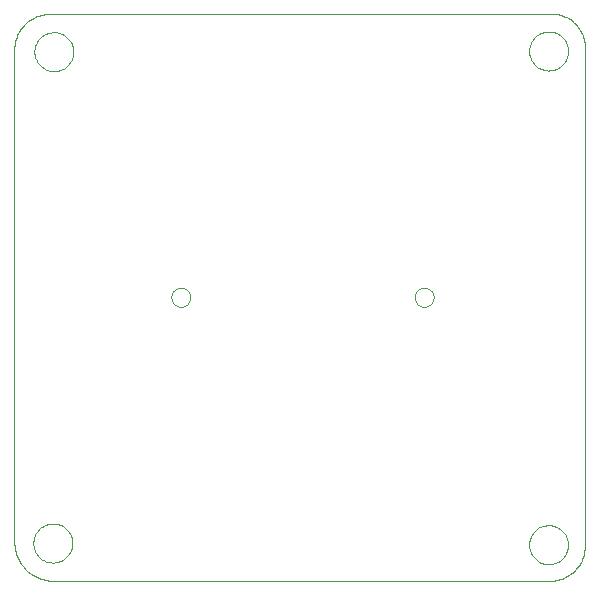
<source format=gbo>
G75*
G70*
%OFA0B0*%
%FSLAX24Y24*%
%IPPOS*%
%LPD*%
%AMOC8*
5,1,8,0,0,1.08239X$1,22.5*
%
%ADD10C,0.0000*%
D10*
X002197Y001169D02*
X018827Y001169D01*
X018828Y001169D02*
X018893Y001175D01*
X018958Y001185D01*
X019022Y001198D01*
X019085Y001215D01*
X019147Y001236D01*
X019208Y001260D01*
X019267Y001287D01*
X019325Y001318D01*
X019381Y001352D01*
X019435Y001389D01*
X019487Y001429D01*
X019537Y001472D01*
X019584Y001517D01*
X019628Y001565D01*
X019670Y001616D01*
X019708Y001669D01*
X019744Y001723D01*
X019777Y001780D01*
X019806Y001839D01*
X019832Y001899D01*
X019855Y001960D01*
X019874Y002023D01*
X019890Y002086D01*
X019902Y002151D01*
X019910Y002216D01*
X019915Y002281D01*
X019916Y002346D01*
X019913Y002412D01*
X019913Y018974D01*
X019911Y019037D01*
X019906Y019101D01*
X019896Y019164D01*
X019884Y019226D01*
X019867Y019287D01*
X019847Y019348D01*
X019824Y019407D01*
X019797Y019465D01*
X019767Y019520D01*
X019733Y019575D01*
X019697Y019627D01*
X019657Y019677D01*
X019615Y019724D01*
X019570Y019769D01*
X019523Y019811D01*
X019473Y019851D01*
X019421Y019887D01*
X019366Y019921D01*
X019311Y019951D01*
X019253Y019978D01*
X019194Y020001D01*
X019133Y020021D01*
X019072Y020038D01*
X019010Y020050D01*
X018947Y020060D01*
X018883Y020065D01*
X018820Y020067D01*
X002057Y020067D01*
X002057Y020066D02*
X001989Y020062D01*
X001923Y020054D01*
X001856Y020043D01*
X001791Y020028D01*
X001726Y020009D01*
X001663Y019986D01*
X001601Y019960D01*
X001540Y019931D01*
X001481Y019898D01*
X001425Y019862D01*
X001370Y019822D01*
X001317Y019780D01*
X001267Y019735D01*
X001220Y019687D01*
X001175Y019637D01*
X001134Y019584D01*
X001095Y019529D01*
X001060Y019472D01*
X001027Y019413D01*
X000998Y019352D01*
X000973Y019290D01*
X000951Y019226D01*
X000933Y019161D01*
X000918Y019096D01*
X000907Y019029D01*
X000900Y018962D01*
X000896Y018895D01*
X000897Y018828D01*
X000897Y002469D01*
X001529Y002427D02*
X001531Y002477D01*
X001537Y002527D01*
X001547Y002577D01*
X001560Y002625D01*
X001577Y002673D01*
X001598Y002719D01*
X001622Y002763D01*
X001650Y002805D01*
X001681Y002845D01*
X001715Y002882D01*
X001752Y002917D01*
X001791Y002948D01*
X001832Y002977D01*
X001876Y003002D01*
X001922Y003024D01*
X001969Y003042D01*
X002017Y003056D01*
X002066Y003067D01*
X002116Y003074D01*
X002166Y003077D01*
X002217Y003076D01*
X002267Y003071D01*
X002317Y003062D01*
X002365Y003050D01*
X002413Y003033D01*
X002459Y003013D01*
X002504Y002990D01*
X002547Y002963D01*
X002587Y002933D01*
X002625Y002900D01*
X002660Y002864D01*
X002693Y002825D01*
X002722Y002784D01*
X002748Y002741D01*
X002771Y002696D01*
X002790Y002649D01*
X002805Y002601D01*
X002817Y002552D01*
X002825Y002502D01*
X002829Y002452D01*
X002829Y002402D01*
X002825Y002352D01*
X002817Y002302D01*
X002805Y002253D01*
X002790Y002205D01*
X002771Y002158D01*
X002748Y002113D01*
X002722Y002070D01*
X002693Y002029D01*
X002660Y001990D01*
X002625Y001954D01*
X002587Y001921D01*
X002547Y001891D01*
X002504Y001864D01*
X002459Y001841D01*
X002413Y001821D01*
X002365Y001804D01*
X002317Y001792D01*
X002267Y001783D01*
X002217Y001778D01*
X002166Y001777D01*
X002116Y001780D01*
X002066Y001787D01*
X002017Y001798D01*
X001969Y001812D01*
X001922Y001830D01*
X001876Y001852D01*
X001832Y001877D01*
X001791Y001906D01*
X001752Y001937D01*
X001715Y001972D01*
X001681Y002009D01*
X001650Y002049D01*
X001622Y002091D01*
X001598Y002135D01*
X001577Y002181D01*
X001560Y002229D01*
X001547Y002277D01*
X001537Y002327D01*
X001531Y002377D01*
X001529Y002427D01*
X000897Y002469D02*
X000899Y002399D01*
X000905Y002328D01*
X000914Y002259D01*
X000927Y002190D01*
X000944Y002121D01*
X000965Y002054D01*
X000989Y001988D01*
X001017Y001923D01*
X001048Y001860D01*
X001083Y001799D01*
X001121Y001739D01*
X001162Y001682D01*
X001206Y001627D01*
X001253Y001575D01*
X001303Y001525D01*
X001355Y001478D01*
X001410Y001434D01*
X001467Y001393D01*
X001527Y001355D01*
X001588Y001320D01*
X001651Y001289D01*
X001716Y001261D01*
X001782Y001237D01*
X001849Y001216D01*
X001918Y001199D01*
X001987Y001186D01*
X002056Y001177D01*
X002127Y001171D01*
X002197Y001169D01*
X006133Y010618D02*
X006135Y010653D01*
X006141Y010688D01*
X006151Y010722D01*
X006164Y010755D01*
X006181Y010786D01*
X006202Y010814D01*
X006225Y010841D01*
X006252Y010864D01*
X006280Y010885D01*
X006311Y010902D01*
X006344Y010915D01*
X006378Y010925D01*
X006413Y010931D01*
X006448Y010933D01*
X006483Y010931D01*
X006518Y010925D01*
X006552Y010915D01*
X006585Y010902D01*
X006616Y010885D01*
X006644Y010864D01*
X006671Y010841D01*
X006694Y010814D01*
X006715Y010786D01*
X006732Y010755D01*
X006745Y010722D01*
X006755Y010688D01*
X006761Y010653D01*
X006763Y010618D01*
X006761Y010583D01*
X006755Y010548D01*
X006745Y010514D01*
X006732Y010481D01*
X006715Y010450D01*
X006694Y010422D01*
X006671Y010395D01*
X006644Y010372D01*
X006616Y010351D01*
X006585Y010334D01*
X006552Y010321D01*
X006518Y010311D01*
X006483Y010305D01*
X006448Y010303D01*
X006413Y010305D01*
X006378Y010311D01*
X006344Y010321D01*
X006311Y010334D01*
X006280Y010351D01*
X006252Y010372D01*
X006225Y010395D01*
X006202Y010422D01*
X006181Y010450D01*
X006164Y010481D01*
X006151Y010514D01*
X006141Y010548D01*
X006135Y010583D01*
X006133Y010618D01*
X001568Y018805D02*
X001570Y018855D01*
X001576Y018905D01*
X001586Y018955D01*
X001599Y019003D01*
X001616Y019051D01*
X001637Y019097D01*
X001661Y019141D01*
X001689Y019183D01*
X001720Y019223D01*
X001754Y019260D01*
X001791Y019295D01*
X001830Y019326D01*
X001871Y019355D01*
X001915Y019380D01*
X001961Y019402D01*
X002008Y019420D01*
X002056Y019434D01*
X002105Y019445D01*
X002155Y019452D01*
X002205Y019455D01*
X002256Y019454D01*
X002306Y019449D01*
X002356Y019440D01*
X002404Y019428D01*
X002452Y019411D01*
X002498Y019391D01*
X002543Y019368D01*
X002586Y019341D01*
X002626Y019311D01*
X002664Y019278D01*
X002699Y019242D01*
X002732Y019203D01*
X002761Y019162D01*
X002787Y019119D01*
X002810Y019074D01*
X002829Y019027D01*
X002844Y018979D01*
X002856Y018930D01*
X002864Y018880D01*
X002868Y018830D01*
X002868Y018780D01*
X002864Y018730D01*
X002856Y018680D01*
X002844Y018631D01*
X002829Y018583D01*
X002810Y018536D01*
X002787Y018491D01*
X002761Y018448D01*
X002732Y018407D01*
X002699Y018368D01*
X002664Y018332D01*
X002626Y018299D01*
X002586Y018269D01*
X002543Y018242D01*
X002498Y018219D01*
X002452Y018199D01*
X002404Y018182D01*
X002356Y018170D01*
X002306Y018161D01*
X002256Y018156D01*
X002205Y018155D01*
X002155Y018158D01*
X002105Y018165D01*
X002056Y018176D01*
X002008Y018190D01*
X001961Y018208D01*
X001915Y018230D01*
X001871Y018255D01*
X001830Y018284D01*
X001791Y018315D01*
X001754Y018350D01*
X001720Y018387D01*
X001689Y018427D01*
X001661Y018469D01*
X001637Y018513D01*
X001616Y018559D01*
X001599Y018607D01*
X001586Y018655D01*
X001576Y018705D01*
X001570Y018755D01*
X001568Y018805D01*
X014243Y010618D02*
X014245Y010653D01*
X014251Y010688D01*
X014261Y010722D01*
X014274Y010755D01*
X014291Y010786D01*
X014312Y010814D01*
X014335Y010841D01*
X014362Y010864D01*
X014390Y010885D01*
X014421Y010902D01*
X014454Y010915D01*
X014488Y010925D01*
X014523Y010931D01*
X014558Y010933D01*
X014593Y010931D01*
X014628Y010925D01*
X014662Y010915D01*
X014695Y010902D01*
X014726Y010885D01*
X014754Y010864D01*
X014781Y010841D01*
X014804Y010814D01*
X014825Y010786D01*
X014842Y010755D01*
X014855Y010722D01*
X014865Y010688D01*
X014871Y010653D01*
X014873Y010618D01*
X014871Y010583D01*
X014865Y010548D01*
X014855Y010514D01*
X014842Y010481D01*
X014825Y010450D01*
X014804Y010422D01*
X014781Y010395D01*
X014754Y010372D01*
X014726Y010351D01*
X014695Y010334D01*
X014662Y010321D01*
X014628Y010311D01*
X014593Y010305D01*
X014558Y010303D01*
X014523Y010305D01*
X014488Y010311D01*
X014454Y010321D01*
X014421Y010334D01*
X014390Y010351D01*
X014362Y010372D01*
X014335Y010395D01*
X014312Y010422D01*
X014291Y010450D01*
X014274Y010481D01*
X014261Y010514D01*
X014251Y010548D01*
X014245Y010583D01*
X014243Y010618D01*
X018056Y018829D02*
X018058Y018879D01*
X018064Y018929D01*
X018074Y018979D01*
X018087Y019027D01*
X018104Y019075D01*
X018125Y019121D01*
X018149Y019165D01*
X018177Y019207D01*
X018208Y019247D01*
X018242Y019284D01*
X018279Y019319D01*
X018318Y019350D01*
X018359Y019379D01*
X018403Y019404D01*
X018449Y019426D01*
X018496Y019444D01*
X018544Y019458D01*
X018593Y019469D01*
X018643Y019476D01*
X018693Y019479D01*
X018744Y019478D01*
X018794Y019473D01*
X018844Y019464D01*
X018892Y019452D01*
X018940Y019435D01*
X018986Y019415D01*
X019031Y019392D01*
X019074Y019365D01*
X019114Y019335D01*
X019152Y019302D01*
X019187Y019266D01*
X019220Y019227D01*
X019249Y019186D01*
X019275Y019143D01*
X019298Y019098D01*
X019317Y019051D01*
X019332Y019003D01*
X019344Y018954D01*
X019352Y018904D01*
X019356Y018854D01*
X019356Y018804D01*
X019352Y018754D01*
X019344Y018704D01*
X019332Y018655D01*
X019317Y018607D01*
X019298Y018560D01*
X019275Y018515D01*
X019249Y018472D01*
X019220Y018431D01*
X019187Y018392D01*
X019152Y018356D01*
X019114Y018323D01*
X019074Y018293D01*
X019031Y018266D01*
X018986Y018243D01*
X018940Y018223D01*
X018892Y018206D01*
X018844Y018194D01*
X018794Y018185D01*
X018744Y018180D01*
X018693Y018179D01*
X018643Y018182D01*
X018593Y018189D01*
X018544Y018200D01*
X018496Y018214D01*
X018449Y018232D01*
X018403Y018254D01*
X018359Y018279D01*
X018318Y018308D01*
X018279Y018339D01*
X018242Y018374D01*
X018208Y018411D01*
X018177Y018451D01*
X018149Y018493D01*
X018125Y018537D01*
X018104Y018583D01*
X018087Y018631D01*
X018074Y018679D01*
X018064Y018729D01*
X018058Y018779D01*
X018056Y018829D01*
X018056Y002372D02*
X018058Y002422D01*
X018064Y002472D01*
X018074Y002522D01*
X018087Y002570D01*
X018104Y002618D01*
X018125Y002664D01*
X018149Y002708D01*
X018177Y002750D01*
X018208Y002790D01*
X018242Y002827D01*
X018279Y002862D01*
X018318Y002893D01*
X018359Y002922D01*
X018403Y002947D01*
X018449Y002969D01*
X018496Y002987D01*
X018544Y003001D01*
X018593Y003012D01*
X018643Y003019D01*
X018693Y003022D01*
X018744Y003021D01*
X018794Y003016D01*
X018844Y003007D01*
X018892Y002995D01*
X018940Y002978D01*
X018986Y002958D01*
X019031Y002935D01*
X019074Y002908D01*
X019114Y002878D01*
X019152Y002845D01*
X019187Y002809D01*
X019220Y002770D01*
X019249Y002729D01*
X019275Y002686D01*
X019298Y002641D01*
X019317Y002594D01*
X019332Y002546D01*
X019344Y002497D01*
X019352Y002447D01*
X019356Y002397D01*
X019356Y002347D01*
X019352Y002297D01*
X019344Y002247D01*
X019332Y002198D01*
X019317Y002150D01*
X019298Y002103D01*
X019275Y002058D01*
X019249Y002015D01*
X019220Y001974D01*
X019187Y001935D01*
X019152Y001899D01*
X019114Y001866D01*
X019074Y001836D01*
X019031Y001809D01*
X018986Y001786D01*
X018940Y001766D01*
X018892Y001749D01*
X018844Y001737D01*
X018794Y001728D01*
X018744Y001723D01*
X018693Y001722D01*
X018643Y001725D01*
X018593Y001732D01*
X018544Y001743D01*
X018496Y001757D01*
X018449Y001775D01*
X018403Y001797D01*
X018359Y001822D01*
X018318Y001851D01*
X018279Y001882D01*
X018242Y001917D01*
X018208Y001954D01*
X018177Y001994D01*
X018149Y002036D01*
X018125Y002080D01*
X018104Y002126D01*
X018087Y002174D01*
X018074Y002222D01*
X018064Y002272D01*
X018058Y002322D01*
X018056Y002372D01*
M02*

</source>
